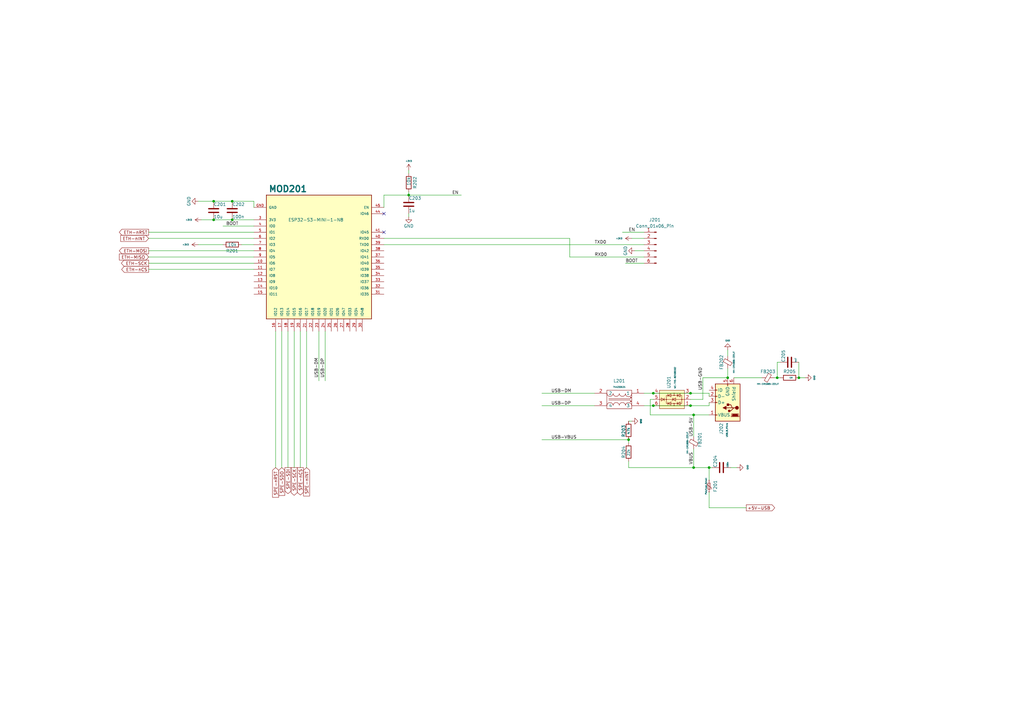
<source format=kicad_sch>
(kicad_sch (version 20230121) (generator eeschema)
  (paper "A3")
  (lib_symbols
    (symbol "Connector:Conn_01x06_Pin" (pin_names (offset 1.016) hide)
      (property "Reference" "J" (at 0 7.62 0))
      (property "Value" "Conn_01x06_Pin" (at 0 -10.16 0))
      (symbol "Conn_01x06_Pin_1_1"
        (polyline (pts (xy 1.27 -7.62) (xy 0.8636 -7.62)) (stroke (width 0.1524)))
        (polyline (pts (xy 1.27 -5.08) (xy 0.8636 -5.08)) (stroke (width 0.1524)))
        (polyline (pts (xy 1.27 -2.54) (xy 0.8636 -2.54)) (stroke (width 0.1524)))
        (polyline (pts (xy 1.27 0) (xy 0.8636 0)) (stroke (width 0.1524)))
        (polyline (pts (xy 1.27 2.54) (xy 0.8636 2.54)) (stroke (width 0.1524)))
        (polyline (pts (xy 1.27 5.08) (xy 0.8636 5.08)) (stroke (width 0.1524)))
        (rectangle (start 0.8636 -7.493) (end 0 -7.747) (stroke (width 0.1524)) (fill (type outline)))
        (rectangle (start 0.8636 -4.953) (end 0 -5.207) (stroke (width 0.1524)) (fill (type outline)))
        (rectangle (start 0.8636 -2.413) (end 0 -2.667) (stroke (width 0.1524)) (fill (type outline)))
        (rectangle (start 0.8636 0.127) (end 0 -0.127) (stroke (width 0.1524)) (fill (type outline)))
        (rectangle (start 0.8636 2.667) (end 0 2.413) (stroke (width 0.1524)) (fill (type outline)))
        (rectangle (start 0.8636 5.207) (end 0 4.953) (stroke (width 0.1524)) (fill (type outline)))
        (pin passive line (at 5.08 5.08 180) (length 3.81) (name "Pin_1") (number "1"))
        (pin passive line (at 5.08 2.54 180) (length 3.81) (name "Pin_2") (number "2"))
        (pin passive line (at 5.08 0 180) (length 3.81) (name "Pin_3") (number "3"))
        (pin passive line (at 5.08 -2.54 180) (length 3.81) (name "Pin_4") (number "4"))
        (pin passive line (at 5.08 -5.08 180) (length 3.81) (name "Pin_5") (number "5"))
        (pin passive line (at 5.08 -7.62 180) (length 3.81) (name "Pin_6") (number "6"))
      )
    )
    (symbol "Connector:USB_B_Micro" (pin_names (offset 1.016))
      (property "Reference" "J" (at -5.08 11.43 0))
      (property "Value" "USB_B_Micro" (at -5.08 8.89 0))
      (symbol "USB_B_Micro_0_1"
        (rectangle (start -5.08 -7.62) (end 5.08 7.62) (stroke (width 0.254)) (fill (type background)))
        (circle (center -3.81 2.159) (radius 0.635) (stroke (width 0.254)) (fill (type outline)))
        (circle (center -0.635 3.429) (radius 0.381) (stroke (width 0.254)) (fill (type outline)))
        (rectangle (start -0.127 -7.62) (end 0.127 -6.858))
        (polyline (pts (xy -1.905 2.159) (xy 0.635 2.159)) (stroke (width 0.254)))
        (polyline (pts (xy -3.175 2.159) (xy -2.54 2.159) (xy -1.27 3.429) (xy -0.635 3.429)) (stroke (width 0.254)))
        (polyline (pts (xy -2.54 2.159) (xy -1.905 2.159) (xy -1.27 0.889) (xy 0 0.889)) (stroke (width 0.254)))
        (polyline (pts (xy 0.635 2.794) (xy 0.635 1.524) (xy 1.905 2.159) (xy 0.635 2.794)) (stroke (width 0.254)) (fill (type outline)))
        (polyline (pts (xy -4.318 5.588) (xy -1.778 5.588) (xy -2.032 4.826) (xy -4.064 4.826) (xy -4.318 5.588)) (fill (type outline)))
        (polyline (pts (xy -4.699 5.842) (xy -4.699 5.588) (xy -4.445 4.826) (xy -4.445 4.572) (xy -1.651 4.572) (xy -1.651 4.826) (xy -1.397 5.588) (xy -1.397 5.842) (xy -4.699 5.842)))
        (rectangle (start 0.254 1.27) (end -0.508 0.508) (stroke (width 0.254)) (fill (type outline)))
        (rectangle (start 5.08 -5.207) (end 4.318 -4.953))
        (rectangle (start 5.08 -2.667) (end 4.318 -2.413))
        (rectangle (start 5.08 -0.127) (end 4.318 0.127))
        (rectangle (start 5.08 4.953) (end 4.318 5.207))
      )
      (symbol "USB_B_Micro_1_1"
        (pin power_out line (at 7.62 5.08 180) (length 2.54) (name "VBUS") (number "1"))
        (pin bidirectional line (at 7.62 -2.54 180) (length 2.54) (name "D-") (number "2"))
        (pin bidirectional line (at 7.62 0 180) (length 2.54) (name "D+") (number "3"))
        (pin passive line (at 7.62 -5.08 180) (length 2.54) (name "ID") (number "4"))
        (pin power_out line (at 0 -10.16 90) (length 2.54) (name "GND") (number "5"))
        (pin passive line (at -2.54 -10.16 90) (length 2.54) (name "Shield") (number "6"))
      )
    )
    (symbol "Device:C" (pin_numbers hide) (pin_names (offset 0.254))
      (property "Reference" "C" (at 0.635 2.54 0))
      (property "Value" "C" (at 0.635 -2.54 0))
      (symbol "C_0_1"
        (polyline (pts (xy -2.032 -0.762) (xy 2.032 -0.762)) (stroke (width 0.508)))
        (polyline (pts (xy -2.032 0.762) (xy 2.032 0.762)) (stroke (width 0.508)))
      )
      (symbol "C_1_1"
        (pin passive line (at 0 3.81 270) (length 2.794) (name "~") (number "1"))
        (pin passive line (at 0 -3.81 90) (length 2.794) (name "~") (number "2"))
      )
    )
    (symbol "Device:Ferrite_Bead_Small" (pin_numbers hide) (pin_names (offset 0))
      (property "Reference" "FB" (at 1.905 1.27 0))
      (property "Value" "Device_Ferrite_Bead_Small" (at 1.905 -1.27 0))
      (symbol "Ferrite_Bead_Small_0_1"
        (polyline (pts (xy 0 -1.27) (xy 0 -0.7874)))
        (polyline (pts (xy 0 0.889) (xy 0 1.2954)))
        (polyline (pts (xy -1.8288 0.2794) (xy -1.1176 1.4986) (xy 1.8288 -0.2032) (xy 1.1176 -1.4224) (xy -1.8288 0.2794)))
      )
      (symbol "Ferrite_Bead_Small_1_1"
        (pin passive line (at 0 2.54 270) (length 1.27) (name "~") (number "1"))
        (pin passive line (at 0 -2.54 90) (length 1.27) (name "~") (number "2"))
      )
    )
    (symbol "Device:Polyfuse_Small" (pin_numbers hide) (pin_names (offset 0))
      (property "Reference" "F" (at -1.905 0 90))
      (property "Value" "Polyfuse_Small" (at 1.905 0 90))
      (symbol "Polyfuse_Small_0_1"
        (rectangle (start -0.508 1.27) (end 0.508 -1.27))
        (polyline (pts (xy 0 2.54) (xy 0 -2.54)))
        (polyline (pts (xy -1.016 1.27) (xy -1.016 0.762) (xy 1.016 -0.762) (xy 1.016 -1.27)))
      )
      (symbol "Polyfuse_Small_1_1"
        (pin passive line (at 0 2.54 270) (length 0.635) (name "~") (number "1"))
        (pin passive line (at 0 -2.54 90) (length 0.635) (name "~") (number "2"))
      )
    )
    (symbol "Device:R" (pin_numbers hide) (pin_names (offset 0))
      (property "Reference" "R" (at 2.032 0 90))
      (property "Value" "R" (at 0 0 90))
      (symbol "R_0_1"
        (rectangle (start -1.016 -2.54) (end 1.016 2.54) (stroke (width 0.254)))
      )
      (symbol "R_1_1"
        (pin passive line (at 0 3.81 270) (length 1.27) (name "~") (number "1"))
        (pin passive line (at 0 -3.81 90) (length 1.27) (name "~") (number "2"))
      )
    )
    (symbol "Power_Protection:WE-TVS-82400102"
      (property "Reference" "U" (at 0 7.62 0))
      (property "Value" "WE-TVS-82400102" (at 0 5.08 0))
      (symbol "WE-TVS-82400102_0_1"
        (rectangle (start -5.08 3.81) (end 5.08 -3.81) (fill (type background)))
        (circle (center -4.064 0) (radius 0.127))
        (rectangle (start -4.064 1.651) (end 2.286 -1.651))
        (circle (center -0.889 -2.54) (radius 0.127))
        (circle (center -0.889 -1.651) (radius 0.127))
        (circle (center -0.889 1.651) (radius 0.127))
        (circle (center -0.889 2.54) (radius 0.127))
        (polyline (pts (xy -5.08 -2.54) (xy 5.08 -2.54)))
        (polyline (pts (xy -5.08 2.54) (xy 5.08 2.54)))
        (polyline (pts (xy -4.064 0) (xy -5.08 0)))
        (polyline (pts (xy -4.064 0) (xy 2.286 0)) (fill (type outline)))
        (polyline (pts (xy -2.159 -1.016) (xy -2.159 -2.286)))
        (polyline (pts (xy -2.159 2.286) (xy -2.159 1.016)))
        (polyline (pts (xy -0.889 -1.651) (xy -0.889 -2.413)))
        (polyline (pts (xy -0.889 1.651) (xy -0.889 2.54)))
        (polyline (pts (xy -0.508 -0.635) (xy -0.508 -0.635)))
        (polyline (pts (xy 1.651 -1.016) (xy 1.651 -2.286)))
        (polyline (pts (xy 1.651 2.286) (xy 1.651 1.016)))
        (polyline (pts (xy 2.286 0) (xy 5.08 0)))
        (polyline (pts (xy -3.429 -1.016) (xy -3.429 -2.286) (xy -2.159 -1.651) (xy -3.429 -1.016)))
        (polyline (pts (xy -3.429 1.016) (xy -3.429 2.286) (xy -2.159 1.651) (xy -3.429 1.016)))
        (polyline (pts (xy 0 0.635) (xy -0.254 0.381) (xy -0.254 -0.381) (xy -0.508 -0.635)))
        (polyline (pts (xy 0.381 -1.016) (xy 0.381 -2.286) (xy 1.651 -1.651) (xy 0.381 -1.016)))
        (polyline (pts (xy 0.381 1.016) (xy 0.381 2.286) (xy 1.651 1.651) (xy 0.381 1.016)))
        (circle (center 2.286 0) (radius 0.127))
      )
      (symbol "WE-TVS-82400102_1_1"
        (polyline (pts (xy 3.175 0.635) (xy 3.175 -0.635)))
        (polyline (pts (xy -1.524 0.635) (xy -1.524 -0.635) (xy -0.254 0) (xy -1.524 0.635)))
        (polyline (pts (xy 4.445 0.635) (xy 4.445 -0.635) (xy 3.175 0) (xy 4.445 0.635)))
        (pin passive line (at -7.62 2.54 0) (length 2.54) (name "~") (number "1"))
        (pin passive line (at -7.62 0 0) (length 2.54) (name "~") (number "2"))
        (pin passive line (at -7.62 -2.54 0) (length 2.54) (name "~") (number "3"))
        (pin passive line (at 7.62 -2.54 180) (length 2.54) (name "~") (number "4"))
        (pin passive line (at 7.62 0 180) (length 2.54) (name "~") (number "5"))
        (pin passive line (at 7.62 2.54 180) (length 2.54) (name "~") (number "6"))
      )
    )
    (symbol "Project_Specific_Espressif:ESP32-S3-MINI-1-N8" (pin_names (offset 1.016))
      (property "Reference" "MOD" (at -19.05 24.13 0))
      (property "Value" "ESP32-S3-MINI-1-N8" (at -13.97 11.43 0))
      (symbol "ESP32-S3-MINI-1-N8_0_0"
        (rectangle (start -21.59 22.86) (end 21.59 -27.94) (stroke (width 0.254)) (fill (type background)))
        (pin bidirectional line (at -26.67 -5.08 0) (length 5.08) (name "IO6") (number "10"))
        (pin bidirectional line (at -26.67 -7.62 0) (length 5.08) (name "IO7") (number "11"))
        (pin bidirectional line (at -26.67 -10.16 0) (length 5.08) (name "IO8") (number "12"))
        (pin bidirectional line (at -26.67 -12.7 0) (length 5.08) (name "IO9") (number "13"))
        (pin bidirectional line (at -26.67 -15.24 0) (length 5.08) (name "IO10") (number "14"))
        (pin bidirectional line (at -26.67 -17.78 0) (length 5.08) (name "IO11") (number "15"))
        (pin bidirectional line (at -17.78 -33.02 90) (length 5.08) (name "IO12") (number "16"))
        (pin bidirectional line (at -15.24 -33.02 90) (length 5.08) (name "IO13") (number "17"))
        (pin bidirectional line (at -12.7 -33.02 90) (length 5.08) (name "IO14") (number "18"))
        (pin bidirectional line (at -10.16 -33.02 90) (length 5.08) (name "IO15") (number "19"))
        (pin bidirectional line (at -7.62 -33.02 90) (length 5.08) (name "IO16") (number "20"))
        (pin bidirectional line (at -5.08 -33.02 90) (length 5.08) (name "IO17") (number "21"))
        (pin bidirectional line (at -2.54 -33.02 90) (length 5.08) (name "IO18") (number "22"))
        (pin bidirectional line (at 0 -33.02 90) (length 5.08) (name "IO19") (number "23"))
        (pin bidirectional line (at 2.54 -33.02 90) (length 5.08) (name "IO20") (number "24"))
        (pin bidirectional line (at 5.08 -33.02 90) (length 5.08) (name "IO21") (number "25"))
        (pin bidirectional line (at 7.62 -33.02 90) (length 5.08) (name "IO26") (number "26"))
        (pin bidirectional line (at 10.16 -33.02 90) (length 5.08) (name "IO47") (number "27"))
        (pin bidirectional line (at 12.7 -33.02 90) (length 5.08) (name "IO33") (number "28"))
        (pin bidirectional line (at 15.24 -33.02 90) (length 5.08) (name "IO34") (number "29"))
        (pin power_in line (at -26.67 12.7 0) (length 5.08) (name "3V3") (number "3"))
        (pin bidirectional line (at 17.78 -33.02 90) (length 5.08) (name "IO48") (number "30"))
        (pin bidirectional line (at 26.67 -17.78 180) (length 5.08) (name "IO35") (number "31"))
        (pin bidirectional line (at 26.67 -15.24 180) (length 5.08) (name "IO36") (number "32"))
        (pin bidirectional line (at 26.67 -12.7 180) (length 5.08) (name "IO37") (number "33"))
        (pin bidirectional line (at 26.67 -10.16 180) (length 5.08) (name "IO38") (number "34"))
        (pin bidirectional line (at 26.67 -7.62 180) (length 5.08) (name "IO39") (number "35"))
        (pin bidirectional line (at 26.67 -5.08 180) (length 5.08) (name "IO40") (number "36"))
        (pin bidirectional line (at 26.67 -2.54 180) (length 5.08) (name "IO41") (number "37"))
        (pin bidirectional line (at 26.67 0 180) (length 5.08) (name "IO42") (number "38"))
        (pin bidirectional line (at 26.67 2.54 180) (length 5.08) (name "TXD0") (number "39"))
        (pin bidirectional line (at -26.67 10.16 0) (length 5.08) (name "IO0") (number "4"))
        (pin bidirectional line (at 26.67 5.08 180) (length 5.08) (name "RXD0") (number "40"))
        (pin bidirectional line (at 26.67 7.62 180) (length 5.08) (name "IO45") (number "41"))
        (pin bidirectional line (at 26.67 15.24 180) (length 5.08) (name "IO46") (number "44"))
        (pin input line (at 26.67 17.78 180) (length 5.08) (name "EN") (number "45"))
        (pin bidirectional line (at -26.67 7.62 0) (length 5.08) (name "IO1") (number "5"))
        (pin bidirectional line (at -26.67 5.08 0) (length 5.08) (name "IO2") (number "6"))
        (pin bidirectional line (at -26.67 2.54 0) (length 5.08) (name "IO3") (number "7"))
        (pin bidirectional line (at -26.67 0 0) (length 5.08) (name "IO4") (number "8"))
        (pin bidirectional line (at -26.67 -2.54 0) (length 5.08) (name "IO5") (number "9"))
      )
      (symbol "ESP32-S3-MINI-1-N8_1_0"
        (pin power_in line (at -26.67 17.78 0) (length 5.08) (name "GND") (number "GND"))
      )
    )
    (symbol "Project_Specific_Power:+3V3" (power) (pin_names (offset 0))
      (property "Value" "+3V3" (at 0 3.175 0))
      (symbol "+3V3_0_1"
        (polyline (pts (xy -0.762 1.27) (xy 0 2.54)))
        (polyline (pts (xy 0 0) (xy 0 2.54)))
        (polyline (pts (xy 0 2.54) (xy 0.762 1.27)))
      )
      (symbol "+3V3_1_1"
        (pin power_in line (at 0 0 90) (length 0) hide (name "+3V3") (number "1"))
      )
    )
    (symbol "Project_Specific_Wuerth:744233121" (pin_names (offset 0.762))
      (property "Reference" "L101" (at -3.81 5.08 0))
      (property "Value" "744233121" (at -6.35 -5.08 0))
      (symbol "744233121_0_0"
        (pin passive line (at -10.16 -2.54 0) (length 5.08) (name "1") (number "1"))
        (pin passive line (at 10.16 -2.54 180) (length 5.08) (name "2") (number "2"))
        (pin passive line (at 10.16 2.54 180) (length 5.08) (name "4") (number "3"))
        (pin passive line (at -10.16 2.54 0) (length 5.08) (name "3") (number "4"))
      )
      (symbol "744233121_0_1"
        (arc (start -5.08 2.3902) (mid -3.81 1.2612) (end -2.54 2.3902))
        (circle (center -4.699 -0.762) (radius 0.1796) (fill (type outline)))
        (circle (center -4.699 0.762) (radius 0.1796) (fill (type outline)))
        (arc (start -2.54 -2.2404) (mid -3.81 -1.1114) (end -5.08 -2.2404))
        (arc (start -2.54 2.3902) (mid -1.27 1.2612) (end 0 2.3902))
        (arc (start 0 -2.3902) (mid -1.27 -1.2612) (end -2.54 -2.3902))
        (polyline (pts (xy -4.572 -0.254) (xy 4.318 -0.254)))
        (polyline (pts (xy -4.572 0.254) (xy 4.318 0.254)))
        (polyline (pts (xy -5.08 3.81) (xy 5.08 3.81) (xy 5.08 -3.81) (xy -5.08 -3.81) (xy -5.08 3.81)) (stroke (width 0.1524)))
        (arc (start 0 2.3902) (mid 1.27 1.2612) (end 2.54 2.3902))
        (arc (start 2.54 -2.3902) (mid 1.27 -1.2612) (end 0 -2.3902))
        (arc (start 2.54 2.3902) (mid 3.81 1.2612) (end 5.08 2.3902))
        (arc (start 5.08 -2.3902) (mid 3.81 -1.2612) (end 2.54 -2.3902))
      )
    )
    (symbol "power:GND" (power) (pin_names (offset 0))
      (property "Value" "GND" (at 0 -3.81 0))
      (symbol "GND_0_1"
        (polyline (pts (xy 0 0) (xy 0 -1.27) (xy 1.27 -1.27) (xy 0 -2.54) (xy -1.27 -1.27) (xy 0 -1.27)))
      )
      (symbol "GND_1_1"
        (pin power_in line (at 0 0 270) (length 0) hide (name "GND") (number "1"))
      )
    )
  )
  (junction (at 267.97 161.29))
  (junction (at 283.21 166.37))
  (junction (at 283.21 161.29))
  (junction (at 257.81 180.34))
  (junction (at 284.48 170.18))
  (junction (at 327.66 154.94))
  (junction (at 267.97 166.37))
  (junction (at 167.64 80.01))
  (junction (at 290.83 191.77))
  (junction (at 87.63 82.55))
  (junction (at 298.45 154.94))
  (junction (at 318.77 154.94))
  (junction (at 95.25 90.17))
  (junction (at 87.63 90.17))
  (junction (at 95.25 82.55))
  (junction (at 284.48 191.77))
  (no_connect (at 157.48 95.25))
  (no_connect (at 157.48 87.63))
  (wire (pts (xy 317.5 154.94) (xy 318.77 154.94)))
  (wire (pts (xy 133.35 135.89) (xy 133.35 156.21)))
  (wire (pts (xy 266.7 170.18) (xy 284.48 170.18)))
  (wire (pts (xy 298.45 151.13) (xy 298.45 154.94)))
  (wire (pts (xy 259.08 97.79) (xy 264.16 97.79)))
  (wire (pts (xy 264.16 161.29) (xy 267.97 161.29)))
  (wire (pts (xy 288.29 163.83) (xy 288.29 154.94)))
  (wire (pts (xy 87.63 82.55) (xy 95.25 82.55)))
  (wire (pts (xy 104.14 105.41) (xy 60.96 105.41)))
  (wire (pts (xy 104.14 107.95) (xy 60.96 107.95)))
  (wire (pts (xy 290.83 166.37) (xy 290.83 165.1)))
  (wire (pts (xy 222.25 161.29) (xy 243.84 161.29)))
  (wire (pts (xy 167.64 69.85) (xy 167.64 71.12)))
  (wire (pts (xy 82.55 90.17) (xy 87.63 90.17)))
  (wire (pts (xy 167.64 87.63) (xy 167.64 88.9)))
  (wire (pts (xy 99.06 100.33) (xy 104.14 100.33)))
  (wire (pts (xy 157.48 80.01) (xy 157.48 85.09)))
  (wire (pts (xy 290.83 191.77) (xy 292.1 191.77)))
  (wire (pts (xy 298.45 146.05) (xy 298.45 143.51)))
  (wire (pts (xy 104.14 102.87) (xy 60.96 102.87)))
  (wire (pts (xy 256.54 107.95) (xy 264.16 107.95)))
  (wire (pts (xy 60.96 97.79) (xy 104.14 97.79)))
  (wire (pts (xy 264.16 105.41) (xy 233.68 105.41)))
  (wire (pts (xy 87.63 90.17) (xy 95.25 90.17)))
  (wire (pts (xy 320.04 148.59) (xy 318.77 148.59)))
  (wire (pts (xy 167.64 80.01) (xy 189.23 80.01)))
  (wire (pts (xy 123.19 135.89) (xy 123.19 191.77)))
  (wire (pts (xy 290.83 161.29) (xy 290.83 162.56)))
  (wire (pts (xy 95.25 82.55) (xy 104.14 82.55)))
  (wire (pts (xy 260.35 102.87) (xy 264.16 102.87)))
  (wire (pts (xy 284.48 191.77) (xy 290.83 191.77)))
  (wire (pts (xy 91.44 92.71) (xy 104.14 92.71)))
  (wire (pts (xy 222.25 180.34) (xy 257.81 180.34)))
  (wire (pts (xy 290.83 208.28) (xy 306.07 208.28)))
  (wire (pts (xy 104.14 95.25) (xy 60.96 95.25)))
  (wire (pts (xy 118.11 191.77) (xy 118.11 135.89)))
  (wire (pts (xy 284.48 170.18) (xy 290.83 170.18)))
  (wire (pts (xy 222.25 166.37) (xy 243.84 166.37)))
  (wire (pts (xy 91.44 100.33) (xy 81.28 100.33)))
  (wire (pts (xy 233.68 105.41) (xy 233.68 97.79)))
  (wire (pts (xy 302.26 191.77) (xy 299.72 191.77)))
  (wire (pts (xy 330.2 154.94) (xy 327.66 154.94)))
  (wire (pts (xy 157.48 80.01) (xy 167.64 80.01)))
  (wire (pts (xy 115.57 191.77) (xy 115.57 135.89)))
  (wire (pts (xy 284.48 184.15) (xy 284.48 191.77)))
  (wire (pts (xy 157.48 97.79) (xy 233.68 97.79)))
  (wire (pts (xy 267.97 163.83) (xy 266.7 163.83)))
  (wire (pts (xy 120.65 191.77) (xy 120.65 135.89)))
  (wire (pts (xy 266.7 170.18) (xy 266.7 163.83)))
  (wire (pts (xy 95.25 90.17) (xy 104.14 90.17)))
  (wire (pts (xy 283.21 163.83) (xy 288.29 163.83)))
  (wire (pts (xy 318.77 154.94) (xy 320.04 154.94)))
  (wire (pts (xy 267.97 161.29) (xy 283.21 161.29)))
  (wire (pts (xy 60.96 110.49) (xy 104.14 110.49)))
  (wire (pts (xy 267.97 166.37) (xy 283.21 166.37)))
  (wire (pts (xy 257.81 172.72) (xy 259.08 172.72)))
  (wire (pts (xy 255.27 95.25) (xy 264.16 95.25)))
  (wire (pts (xy 284.48 170.18) (xy 284.48 179.07)))
  (wire (pts (xy 104.14 82.55) (xy 104.14 85.09)))
  (wire (pts (xy 257.81 181.61) (xy 257.81 180.34)))
  (wire (pts (xy 125.73 135.89) (xy 125.73 191.77)))
  (wire (pts (xy 283.21 161.29) (xy 290.83 161.29)))
  (wire (pts (xy 81.28 82.55) (xy 87.63 82.55)))
  (wire (pts (xy 257.81 191.77) (xy 284.48 191.77)))
  (wire (pts (xy 327.66 148.59) (xy 327.66 154.94)))
  (wire (pts (xy 264.16 166.37) (xy 267.97 166.37)))
  (wire (pts (xy 318.77 154.94) (xy 318.77 148.59)))
  (wire (pts (xy 290.83 191.77) (xy 290.83 196.85)))
  (wire (pts (xy 312.42 154.94) (xy 300.99 154.94)))
  (wire (pts (xy 283.21 166.37) (xy 290.83 166.37)))
  (wire (pts (xy 290.83 201.93) (xy 290.83 208.28)))
  (wire (pts (xy 130.81 135.89) (xy 130.81 156.21)))
  (wire (pts (xy 288.29 154.94) (xy 298.45 154.94)))
  (wire (pts (xy 157.48 100.33) (xy 264.16 100.33)))
  (wire (pts (xy 113.03 191.77) (xy 113.03 135.89)))
  (wire (pts (xy 167.64 78.74) (xy 167.64 80.01)))
  (wire (pts (xy 257.81 189.23) (xy 257.81 191.77)))
  (label "USB-DP" (at 133.35 154.94 90))
  (label "USB-DM" (at 130.81 154.94 90))
  (label "USB-DP" (at 226.06 166.37 0))
  (label "USB-5V" (at 284.48 179.07 90))
  (label "BOOT" (at 256.54 107.95 0))
  (label "USB-GND" (at 288.29 160.02 90))
  (label "USB-DM" (at 226.06 161.29 0))
  (label "BOOT" (at 92.71 92.71 0))
  (label "EN" (at 257.81 95.25 0))
  (label "RXD0" (at 243.84 105.41 0))
  (label "USB-VBUS" (at 226.06 180.34 0))
  (label "TXD0" (at 243.84 100.33 0))
  (label "EN" (at 185.42 80.01 0))
  (label "VBUS" (at 284.48 190.5 90))
  (global_label "ETH-MISO" (shape input) (at 60.96 105.41 180) (property "Intersheetrefs" "${INTERSHEET_REFS}" (at 48.4385 105.41 0) (effects (justify right))))
  (global_label "SPE-SDO" (shape input) (at 115.57 191.77 270) (property "Intersheetrefs" "${INTERSHEET_REFS}" (at 115.57 203.6867 90) (effects (justify right))) (property "Odnośniki między arkuszami" "${INTERSHEET_REFS}" (effects hide)))
  (global_label "SPE-nCS" (shape output) (at 123.19 191.77 270) (property "Intersheetrefs" "${INTERSHEET_REFS}" (at 123.19 203.5052 90) (effects (justify right))) (property "Odnośniki między arkuszami" "${INTERSHEET_REFS}" (effects hide)))
  (global_label "SPE-SCK" (shape output) (at 120.65 191.77 270) (property "Intersheetrefs" "${INTERSHEET_REFS}" (at 120.65 203.6262 90) (effects (justify right))) (property "Odnośniki między arkuszami" "${INTERSHEET_REFS}" (effects hide)))
  (global_label "ETH-MOSI" (shape output) (at 60.96 102.87 180) (property "Intersheetrefs" "${INTERSHEET_REFS}" (at 48.4385 102.87 0) (effects (justify right))))
  (global_label "SPE-nRST" (shape input) (at 113.03 191.77 270) (property "Intersheetrefs" "${INTERSHEET_REFS}" (at 113.03 204.4728 90) (effects (justify right))) (property "Odnośniki między arkuszami" "${INTERSHEET_REFS}" (effects hide)))
  (global_label "ETH-nCS" (shape output) (at 60.96 110.49 180) (property "Intersheetrefs" "${INTERSHEET_REFS}" (at 49.4062 110.49 0) (effects (justify right))))
  (global_label "+5V-USB" (shape output) (at 306.07 208.28 0) (property "Intersheetrefs" "${INTERSHEET_REFS}" (at 318.2287 208.28 0) (effects (justify left))))
  (global_label "ETH-nRST" (shape output) (at 60.96 95.25 180) (property "Intersheetrefs" "${INTERSHEET_REFS}" (at 48.4386 95.25 0) (effects (justify right))))
  (global_label "ETH-nINT" (shape input) (at 60.96 97.79 180) (property "Intersheetrefs" "${INTERSHEET_REFS}" (at 48.9828 97.79 0) (effects (justify right))))
  (global_label "ETH-SCK" (shape output) (at 60.96 107.95 180) (property "Intersheetrefs" "${INTERSHEET_REFS}" (at 49.2852 107.95 0) (effects (justify right))))
  (global_label "SPE-nINT" (shape input) (at 125.73 191.77 270) (property "Intersheetrefs" "${INTERSHEET_REFS}" (at 125.73 203.9286 90) (effects (justify right))) (property "Odnośniki między arkuszami" "${INTERSHEET_REFS}" (effects hide)))
  (global_label "SPE-SDI" (shape output) (at 118.11 191.77 270) (property "Intersheetrefs" "${INTERSHEET_REFS}" (at 118.11 202.961 90) (effects (justify right))) (property "Odnośniki między arkuszami" "${INTERSHEET_REFS}" (effects hide)))
  (symbol (lib_id "Project_Specific_Power:+3V3") (at 167.64 69.85 0) (unit 1)
    (property "Reference" "#PWR0204" (effects hide))
    (property "Value" "+3V3" (at 167.64 66.04 0) (effects (font (size 0.635 0.635))))
  )
  (symbol (lib_id "Project_Specific_Wuerth:744233121") (at 254 163.83 180) (unit 1)
    (property "Reference" "L201" (at 254 156.21 0))
    (property "Value" "744233121" (at 254 158.75 0) (effects (font (size 0.6 0.6))))
    (property "Footprint" "Project_Specific_Wuerth:WE-CNSW_08059" (effects hide))
    (property "Description" "Wurth Elektronik WE-CNSW Series 0.28A 50 V dc 10  1000MHz SMD Power Line Filter, with SMD Terminals" (effects hide))
    (property "Manufacturer_Name" "Wurth Elektronik" (effects hide))
    (property "Manufacturer_Part_Number" "744233121" (effects hide))
    (property "Mouser Part Number" "710-744233121" (effects hide))
    (property "Mouser Price/Stock" "https://www.mouser.co.uk/ProductDetail/Wurth-Elektronik/744233121" (effects hide))
    (instances (project "SinglePair-Eth-Gateway" (path "" (reference "L201") (unit 1))) (project "gateway-LoRa-T1L" (path "" (reference "L101") (unit 1))) (project "Hemispherical-3D-Camera" (path "" (reference "L1") (unit 1)) (path "" (reference "L701") (unit 1))))
  )
  (symbol (lib_id "Device:Ferrite_Bead_Small") (at 284.48 181.61 0) (unit 1)
    (property "Reference" "FB201" (at 287.02 180.34 90))
    (property "Value" "HH-1M1005-221JT" (at 281.94 181.61 90) (effects (font (size 0.6 0.6))))
    (property "Footprint" "Inductor_SMD:L_0402_1005Metric" (effects hide))
    (instances (project "SinglePair-Eth-Gateway" (path "" (reference "FB201") (unit 1))) (project "gateway-LoRa-T1L" (path "" (reference "FB101") (unit 1))) (project "Hemispherical-3D-Camera" (path "" (reference "FB1") (unit 1)) (path "" (reference "FB703") (unit 1))))
  )
  (symbol (lib_id "Device:Ferrite_Bead_Small") (at 298.45 148.59 0) (unit 1)
    (property "Reference" "FB202" (at 295.91 148.59 90))
    (property "Value" "HH-1M1005-221JT" (at 300.99 148.59 90) (effects (font (size 0.6 0.6))))
    (property "Footprint" "Inductor_SMD:L_0402_1005Metric" (effects hide))
    (instances (project "SinglePair-Eth-Gateway" (path "" (reference "FB202") (unit 1))) (project "gateway-LoRa-T1L" (path "" (reference "FB103") (unit 1))) (project "Hemispherical-3D-Camera" (path "" (reference "FB3") (unit 1)) (path "" (reference "FB704") (unit 1))))
  )
  (symbol (lib_id "Connector:USB_B_Micro") (at 298.45 165.1 180) (unit 1)
    (property "Reference" "J202" (at 295.8338 173.482 90) (effects (justify left)))
    (property "Value" "USB_B_Micro" (at 298.1452 173.482 90) (effects (font (size 0.6 0.6)) (justify left)))
    (property "Footprint" "Connector_USB:USB_Micro-B_Molex-105017-0001" (effects hide))
    (instances (project "SinglePair-Eth-Gateway" (path "" (reference "J202") (unit 1))) (project "gateway-LoRa-T1L" (path "" (reference "J101") (unit 1))) (project "Hemispherical-3D-Camera" (path "" (reference "J4") (unit 1)) (path "" (reference "J702") (unit 1))))
  )
  (symbol (lib_id "Device:Ferrite_Bead_Small") (at 314.96 154.94 90) (unit 1)
    (property "Reference" "FB203" (at 314.96 152.4 90))
    (property "Value" "HH-1M1005-221JT" (at 314.96 157.48 90) (effects (font (size 0.6 0.6))))
    (property "Footprint" "Inductor_SMD:L_0402_1005Metric" (effects hide))
    (instances (project "SinglePair-Eth-Gateway" (path "" (reference "FB203") (unit 1))) (project "gateway-LoRa-T1L" (path "" (reference "FB102") (unit 1))) (project "Hemispherical-3D-Camera" (path "" (reference "FB2") (unit 1)) (path "" (reference "FB705") (unit 1))))
  )
  (symbol (lib_id "Device:R") (at 257.81 176.53 180) (unit 1)
    (property "Reference" "R203" (at 255.778 174.244 90) (effects (justify left)))
    (property "Value" "47k" (at 257.81 175.26 90) (effects (font (size 1.016 1.016)) (justify left)))
    (property "Footprint" "Resistor_SMD:R_0402_1005Metric" (effects hide))
    (instances (project "SinglePair-Eth-Gateway" (path "" (reference "R203") (unit 1))) (project "gateway-LoRa-T1L" (path "" (reference "R103") (unit 1))) (project "Hemispherical-3D-Camera" (path "" (reference "R15") (unit 1)) (path "" (reference "R701") (unit 1))))
  )
  (symbol (lib_id "Device:R") (at 95.25 100.33 90) (unit 1)
    (property "Reference" "R201" (at 95.25 102.87 90))
    (property "Value" "10k" (at 95.25 100.33 90))
    (property "Footprint" "Resistor_SMD:R_0402_1005Metric" (effects hide))
  )
  (symbol (lib_id "Project_Specific_Power:+3V3") (at 259.08 97.79 90) (unit 1)
    (property "Reference" "#PWR0206" (effects hide))
    (property "Value" "+3V3" (at 255.27 97.79 90) (effects (font (size 0.635 0.635)) (justify left)))
  )
  (symbol (lib_id "Device:R") (at 323.85 154.94 90) (unit 1)
    (property "Reference" "R205" (at 326.39 152.4 90) (effects (justify left)))
    (property "Value" "1M" (at 325.12 154.94 90) (effects (font (size 0.6 0.6)) (justify left)))
    (property "Footprint" "Resistor_SMD:R_0402_1005Metric" (effects hide))
    (instances (project "SinglePair-Eth-Gateway" (path "" (reference "R205") (unit 1))) (project "gateway-LoRa-T1L" (path "" (reference "R104") (unit 1))) (project "Hemispherical-3D-Camera" (path "" (reference "R16") (unit 1)) (path "" (reference "R703") (unit 1))))
  )
  (symbol (lib_id "Device:C") (at 323.85 148.59 90) (unit 1)
    (property "Reference" "C205" (at 321.31 148.59 0) (effects (justify left)))
    (property "Value" "4n7" (at 326.39 148.59 0) (effects (font (size 0.6 0.6)) (justify left)))
    (property "Footprint" "Capacitor_SMD:C_0402_1005Metric" (effects hide))
    (instances (project "SinglePair-Eth-Gateway" (path "" (reference "C205") (unit 1))) (project "gateway-LoRa-T1L" (path "" (reference "C112") (unit 1))) (project "Hemispherical-3D-Camera" (path "" (reference "C20") (unit 1)) (path "" (reference "C723") (unit 1))))
  )
  (symbol (lib_id "Connector:Conn_01x06_Pin") (at 269.24 100.33 0) (mirror y) (unit 1)
    (property "Reference" "J201" (at 268.605 90.17 0))
    (property "Value" "Conn_01x06_Pin" (at 268.605 92.71 0))
    (property "Footprint" "Connector_PinHeader_2.54mm:PinHeader_1x06_P2.54mm_Vertical_SMD_Pin1Left" (effects hide))
  )
  (symbol (lib_id "Power_Protection:WE-TVS-82400102") (at 275.59 163.83 180) (unit 1)
    (property "Reference" "U201" (at 274.3199 159.385 90) (effects (justify right)))
    (property "Value" "WE-TVS-82400102" (at 276.8599 159.385 90) (effects (font (size 0.6 0.6)) (justify right)))
    (property "Footprint" "Package_TO_SOT_SMD:SOT-23-6" (effects hide))
    (property "Datasheet" "https://katalog.we-online.de/pbs/datasheet/82400102.pdf" (effects hide))
    (instances (project "SinglePair-Eth-Gateway" (path "" (reference "U201") (unit 1))) (project "gateway-LoRa-T1L" (path "" (reference "U101") (unit 1))) (project "Hemispherical-3D-Camera" (path "" (reference "U4") (unit 1)) (path "" (reference "U702") (unit 1))))
  )
  (symbol (lib_id "Device:C") (at 87.63 86.36 0) (unit 1)
    (property "Reference" "C201" (at 87.63 83.82 0) (effects (justify left)))
    (property "Value" "10u" (at 87.63 88.9 0) (effects (justify left)))
    (property "Footprint" "Capacitor_SMD:C_0603_1608Metric" (effects hide))
  )
  (symbol (lib_id "power:GND") (at 81.28 82.55 270) (unit 1)
    (property "Reference" "#PWR0201" (effects hide))
    (property "Value" "GND" (at 77.47 82.55 0))
  )
  (symbol (lib_id "power:GND") (at 330.2 154.94 90) (unit 1)
    (property "Reference" "#PWR0211" (effects hide))
    (property "Value" "GND" (at 334.01 154.94 0) (effects (font (size 0.6 0.6))))
    (instances (project "SinglePair-Eth-Gateway" (path "" (reference "#PWR0211") (unit 1))) (project "gateway-LoRa-T1L" (path "" (reference "#PWR0119") (unit 1))) (project "Hemispherical-3D-Camera" (path "" (reference "#PWR033") (unit 1)) (path "" (reference "#PWR0746") (unit 1))))
  )
  (symbol (lib_id "power:GND") (at 302.26 191.77 90) (unit 1)
    (property "Reference" "#PWR0210" (effects hide))
    (property "Value" "GND" (at 306.6542 191.643 0) (effects (font (size 0.6 0.6))))
    (instances (project "SinglePair-Eth-Gateway" (path "" (reference "#PWR0210") (unit 1))) (project "gateway-LoRa-T1L" (path "" (reference "#PWR0116") (unit 1))) (project "Hemispherical-3D-Camera" (path "" (reference "#PWR031") (unit 1)) (path "" (reference "#PWR0745") (unit 1))))
  )
  (symbol (lib_id "Device:Polyfuse_Small") (at 290.83 199.39 0) (unit 1)
    (property "Reference" "F201" (at 293.37 199.39 90))
    (property "Value" "Polyfuse_Small" (at 289.56 199.39 90) (effects (font (size 0.6 0.6))))
    (property "Footprint" "Fuse:Fuse_1210_3225Metric" (effects hide))
    (instances (project "SinglePair-Eth-Gateway" (path "" (reference "F201") (unit 1))) (project "gateway-LoRa-T1L" (path "" (reference "F101") (unit 1))) (project "Hemispherical-3D-Camera" (path "" (reference "F1") (unit 1)) (path "" (reference "F701") (unit 1))))
  )
  (symbol (lib_id "Device:R") (at 257.81 185.42 180) (unit 1)
    (property "Reference" "R204" (at 255.778 182.88 90) (effects (justify left)))
    (property "Value" "22k" (at 257.81 184.15 90) (effects (font (size 1.016 1.016)) (justify left)))
    (property "Footprint" "Resistor_SMD:R_0402_1005Metric" (effects hide))
    (instances (project "SinglePair-Eth-Gateway" (path "" (reference "R204") (unit 1))) (project "gateway-LoRa-T1L" (path "" (reference "R102") (unit 1))) (project "Hemispherical-3D-Camera" (path "" (reference "R14") (unit 1)) (path "" (reference "R702") (unit 1))))
  )
  (symbol (lib_id "Project_Specific_Power:+3V3") (at 81.28 100.33 90) (unit 1)
    (property "Reference" "#PWR0202" (effects hide))
    (property "Value" "+3V3" (at 77.47 100.33 90) (effects (font (size 0.635 0.635)) (justify left)))
  )
  (symbol (lib_id "Project_Specific_Power:+3V3") (at 82.55 90.17 90) (unit 1)
    (property "Reference" "#PWR0203" (effects hide))
    (property "Value" "+3V3" (at 78.74 90.17 90) (effects (font (size 0.635 0.635)) (justify left)))
  )
  (symbol (lib_id "Device:C") (at 95.25 86.36 0) (unit 1)
    (property "Reference" "C202" (at 95.25 83.82 0) (effects (justify left)))
    (property "Value" "100n" (at 95.25 88.9 0) (effects (justify left)))
    (property "Footprint" "Capacitor_SMD:C_0402_1005Metric" (effects hide))
  )
  (symbol (lib_id "power:GND") (at 298.45 143.51 180) (unit 1)
    (property "Reference" "#PWR0209" (effects hide))
    (property "Value" "GND" (at 298.45 139.7 0) (effects (font (size 0.6 0.6))))
    (instances (project "SinglePair-Eth-Gateway" (path "" (reference "#PWR0209") (unit 1))) (project "gateway-LoRa-T1L" (path "" (reference "#PWR0120") (unit 1))) (project "Hemispherical-3D-Camera" (path "" (reference "#PWR034") (unit 1)) (path "" (reference "#PWR0744") (unit 1))))
  )
  (symbol (lib_id "power:GND") (at 260.35 102.87 270) (unit 1)
    (property "Reference" "#PWR0208" (effects hide))
    (property "Value" "GND" (at 256.54 102.87 0))
  )
  (symbol (lib_id "Device:C") (at 167.64 83.82 0) (unit 1)
    (property "Reference" "C203" (at 167.64 81.28 0) (effects (justify left)))
    (property "Value" "1u" (at 167.64 86.36 0) (effects (justify left)))
    (property "Footprint" "Capacitor_SMD:C_0402_1005Metric" (effects hide))
  )
  (symbol (lib_id "Device:C") (at 295.91 191.77 90) (unit 1)
    (property "Reference" "C204" (at 293.37 191.77 0) (effects (justify left)))
    (property "Value" "100n" (at 298.45 191.77 0) (effects (font (size 0.6 0.6)) (justify left)))
    (property "Footprint" "Capacitor_SMD:C_0402_1005Metric" (effects hide))
    (instances (project "SinglePair-Eth-Gateway" (path "" (reference "C204") (unit 1))) (project "gateway-LoRa-T1L" (path "" (reference "C111") (unit 1))) (project "Hemispherical-3D-Camera" (path "" (reference "C19") (unit 1)) (path "" (reference "C722") (unit 1))))
  )
  (symbol (lib_id "Device:R") (at 167.64 74.93 0) (unit 1)
    (property "Reference" "R202" (at 170.18 77.47 90) (effects (justify left)))
    (property "Value" "10k" (at 167.64 76.2 90) (effects (justify left)))
    (property "Footprint" "Resistor_SMD:R_0402_1005Metric" (effects hide))
  )
  (symbol (lib_id "power:GND") (at 259.08 172.72 90) (unit 1)
    (property "Reference" "#PWR0207" (effects hide))
    (property "Value" "GND" (at 262.89 172.72 0) (effects (font (size 0.6 0.6))))
    (instances (project "SinglePair-Eth-Gateway" (path "" (reference "#PWR0207") (unit 1))) (project "gateway-LoRa-T1L" (path "" (reference "#PWR0117") (unit 1))) (project "Hemispherical-3D-Camera" (path "" (reference "#PWR032") (unit 1)) (path "" (reference "#PWR0743") (unit 1))))
  )
  (symbol (lib_id "Project_Specific_Espressif:ESP32-S3-MINI-1-N8") (at 130.81 102.87 0) (unit 1)
    (property "Reference" "MOD201" (at 118.11 77.47 0) (effects (font (size 2.54 2.54) bold)))
    (property "Value" "ESP32-S3-MINI-1-N8" (at 129.54 90.17 0))
    (property "Footprint" "Project_Specific_Espressif:XCVR_ESP32-S3-MINI-1-N8" (effects hide))
    (property "MANUFACTURER" "Espressif" (effects hide))
  )
  (symbol (lib_id "power:GND") (at 167.64 88.9 0) (unit 1)
    (property "Reference" "#PWR0205" (effects hide))
    (property "Value" "GND" (at 167.64 92.71 0))
  )
)
</source>
